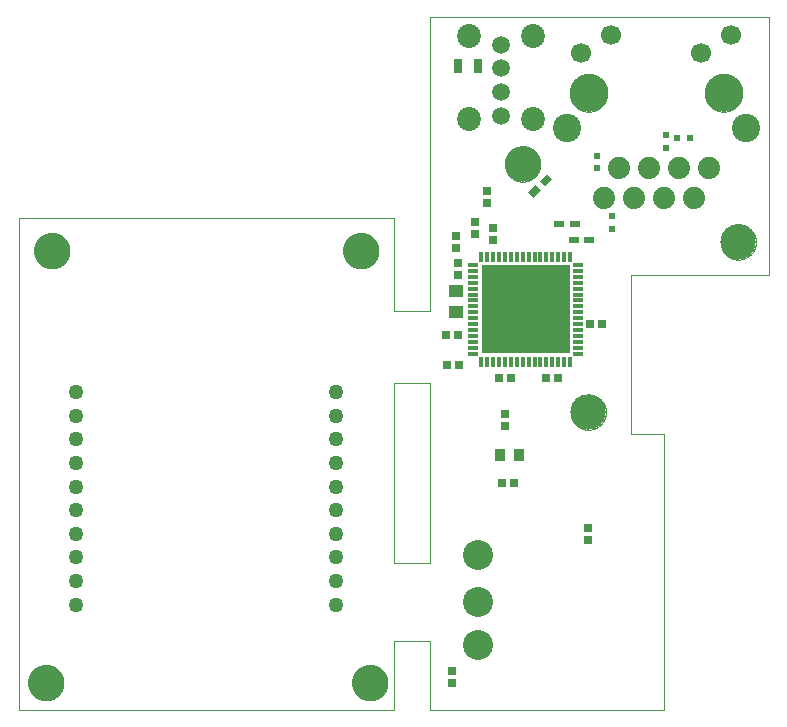
<source format=gbs>
G75*
%MOIN*%
%OFA0B0*%
%FSLAX25Y25*%
%IPPOS*%
%LPD*%
%AMOC8*
5,1,8,0,0,1.08239X$1,22.5*
%
%ADD10C,0.00000*%
%ADD11C,0.11811*%
%ADD12C,0.11800*%
%ADD13R,0.03400X0.02400*%
%ADD14R,0.03200X0.01200*%
%ADD15R,0.01200X0.03200*%
%ADD16R,0.29500X0.29500*%
%ADD17R,0.04724X0.03959*%
%ADD18C,0.07400*%
%ADD19C,0.09449*%
%ADD20C,0.06693*%
%ADD21C,0.12598*%
%ADD22C,0.05906*%
%ADD23C,0.07972*%
%ADD24C,0.10000*%
%ADD25R,0.02600X0.02600*%
%ADD26R,0.02400X0.02200*%
%ADD27R,0.02200X0.02400*%
%ADD28R,0.02800X0.04900*%
%ADD29R,0.02800X0.02800*%
%ADD30R,0.03200X0.04200*%
%ADD31C,0.05000*%
D10*
X0001000Y0012436D02*
X0001000Y0176436D01*
X0126000Y0176436D01*
X0126000Y0145436D01*
X0138000Y0145436D01*
X0138000Y0243436D01*
X0251000Y0243436D01*
X0251000Y0157436D01*
X0205000Y0157436D01*
X0205000Y0104436D01*
X0216000Y0104436D01*
X0216000Y0012436D01*
X0138000Y0012436D01*
X0138000Y0035436D01*
X0126000Y0035436D01*
X0126000Y0012436D01*
X0001000Y0012436D01*
X0004100Y0021436D02*
X0004102Y0021589D01*
X0004108Y0021742D01*
X0004118Y0021895D01*
X0004132Y0022048D01*
X0004150Y0022200D01*
X0004171Y0022351D01*
X0004197Y0022502D01*
X0004227Y0022653D01*
X0004260Y0022802D01*
X0004298Y0022951D01*
X0004339Y0023098D01*
X0004384Y0023245D01*
X0004433Y0023390D01*
X0004485Y0023534D01*
X0004542Y0023676D01*
X0004602Y0023817D01*
X0004665Y0023956D01*
X0004733Y0024094D01*
X0004803Y0024230D01*
X0004878Y0024364D01*
X0004955Y0024496D01*
X0005037Y0024626D01*
X0005121Y0024754D01*
X0005209Y0024879D01*
X0005300Y0025002D01*
X0005394Y0025123D01*
X0005491Y0025241D01*
X0005592Y0025357D01*
X0005695Y0025470D01*
X0005801Y0025581D01*
X0005910Y0025688D01*
X0006022Y0025793D01*
X0006136Y0025895D01*
X0006253Y0025994D01*
X0006373Y0026089D01*
X0006495Y0026182D01*
X0006619Y0026271D01*
X0006746Y0026358D01*
X0006875Y0026440D01*
X0007006Y0026520D01*
X0007139Y0026596D01*
X0007274Y0026668D01*
X0007411Y0026737D01*
X0007549Y0026803D01*
X0007689Y0026865D01*
X0007831Y0026923D01*
X0007974Y0026977D01*
X0008119Y0027028D01*
X0008264Y0027075D01*
X0008411Y0027118D01*
X0008559Y0027157D01*
X0008708Y0027193D01*
X0008858Y0027224D01*
X0009009Y0027252D01*
X0009160Y0027276D01*
X0009312Y0027296D01*
X0009465Y0027312D01*
X0009617Y0027324D01*
X0009770Y0027332D01*
X0009923Y0027336D01*
X0010077Y0027336D01*
X0010230Y0027332D01*
X0010383Y0027324D01*
X0010535Y0027312D01*
X0010688Y0027296D01*
X0010840Y0027276D01*
X0010991Y0027252D01*
X0011142Y0027224D01*
X0011292Y0027193D01*
X0011441Y0027157D01*
X0011589Y0027118D01*
X0011736Y0027075D01*
X0011881Y0027028D01*
X0012026Y0026977D01*
X0012169Y0026923D01*
X0012311Y0026865D01*
X0012451Y0026803D01*
X0012589Y0026737D01*
X0012726Y0026668D01*
X0012861Y0026596D01*
X0012994Y0026520D01*
X0013125Y0026440D01*
X0013254Y0026358D01*
X0013381Y0026271D01*
X0013505Y0026182D01*
X0013627Y0026089D01*
X0013747Y0025994D01*
X0013864Y0025895D01*
X0013978Y0025793D01*
X0014090Y0025688D01*
X0014199Y0025581D01*
X0014305Y0025470D01*
X0014408Y0025357D01*
X0014509Y0025241D01*
X0014606Y0025123D01*
X0014700Y0025002D01*
X0014791Y0024879D01*
X0014879Y0024754D01*
X0014963Y0024626D01*
X0015045Y0024496D01*
X0015122Y0024364D01*
X0015197Y0024230D01*
X0015267Y0024094D01*
X0015335Y0023956D01*
X0015398Y0023817D01*
X0015458Y0023676D01*
X0015515Y0023534D01*
X0015567Y0023390D01*
X0015616Y0023245D01*
X0015661Y0023098D01*
X0015702Y0022951D01*
X0015740Y0022802D01*
X0015773Y0022653D01*
X0015803Y0022502D01*
X0015829Y0022351D01*
X0015850Y0022200D01*
X0015868Y0022048D01*
X0015882Y0021895D01*
X0015892Y0021742D01*
X0015898Y0021589D01*
X0015900Y0021436D01*
X0015898Y0021283D01*
X0015892Y0021130D01*
X0015882Y0020977D01*
X0015868Y0020824D01*
X0015850Y0020672D01*
X0015829Y0020521D01*
X0015803Y0020370D01*
X0015773Y0020219D01*
X0015740Y0020070D01*
X0015702Y0019921D01*
X0015661Y0019774D01*
X0015616Y0019627D01*
X0015567Y0019482D01*
X0015515Y0019338D01*
X0015458Y0019196D01*
X0015398Y0019055D01*
X0015335Y0018916D01*
X0015267Y0018778D01*
X0015197Y0018642D01*
X0015122Y0018508D01*
X0015045Y0018376D01*
X0014963Y0018246D01*
X0014879Y0018118D01*
X0014791Y0017993D01*
X0014700Y0017870D01*
X0014606Y0017749D01*
X0014509Y0017631D01*
X0014408Y0017515D01*
X0014305Y0017402D01*
X0014199Y0017291D01*
X0014090Y0017184D01*
X0013978Y0017079D01*
X0013864Y0016977D01*
X0013747Y0016878D01*
X0013627Y0016783D01*
X0013505Y0016690D01*
X0013381Y0016601D01*
X0013254Y0016514D01*
X0013125Y0016432D01*
X0012994Y0016352D01*
X0012861Y0016276D01*
X0012726Y0016204D01*
X0012589Y0016135D01*
X0012451Y0016069D01*
X0012311Y0016007D01*
X0012169Y0015949D01*
X0012026Y0015895D01*
X0011881Y0015844D01*
X0011736Y0015797D01*
X0011589Y0015754D01*
X0011441Y0015715D01*
X0011292Y0015679D01*
X0011142Y0015648D01*
X0010991Y0015620D01*
X0010840Y0015596D01*
X0010688Y0015576D01*
X0010535Y0015560D01*
X0010383Y0015548D01*
X0010230Y0015540D01*
X0010077Y0015536D01*
X0009923Y0015536D01*
X0009770Y0015540D01*
X0009617Y0015548D01*
X0009465Y0015560D01*
X0009312Y0015576D01*
X0009160Y0015596D01*
X0009009Y0015620D01*
X0008858Y0015648D01*
X0008708Y0015679D01*
X0008559Y0015715D01*
X0008411Y0015754D01*
X0008264Y0015797D01*
X0008119Y0015844D01*
X0007974Y0015895D01*
X0007831Y0015949D01*
X0007689Y0016007D01*
X0007549Y0016069D01*
X0007411Y0016135D01*
X0007274Y0016204D01*
X0007139Y0016276D01*
X0007006Y0016352D01*
X0006875Y0016432D01*
X0006746Y0016514D01*
X0006619Y0016601D01*
X0006495Y0016690D01*
X0006373Y0016783D01*
X0006253Y0016878D01*
X0006136Y0016977D01*
X0006022Y0017079D01*
X0005910Y0017184D01*
X0005801Y0017291D01*
X0005695Y0017402D01*
X0005592Y0017515D01*
X0005491Y0017631D01*
X0005394Y0017749D01*
X0005300Y0017870D01*
X0005209Y0017993D01*
X0005121Y0018118D01*
X0005037Y0018246D01*
X0004955Y0018376D01*
X0004878Y0018508D01*
X0004803Y0018642D01*
X0004733Y0018778D01*
X0004665Y0018916D01*
X0004602Y0019055D01*
X0004542Y0019196D01*
X0004485Y0019338D01*
X0004433Y0019482D01*
X0004384Y0019627D01*
X0004339Y0019774D01*
X0004298Y0019921D01*
X0004260Y0020070D01*
X0004227Y0020219D01*
X0004197Y0020370D01*
X0004171Y0020521D01*
X0004150Y0020672D01*
X0004132Y0020824D01*
X0004118Y0020977D01*
X0004108Y0021130D01*
X0004102Y0021283D01*
X0004100Y0021436D01*
X0112100Y0021436D02*
X0112102Y0021589D01*
X0112108Y0021742D01*
X0112118Y0021895D01*
X0112132Y0022048D01*
X0112150Y0022200D01*
X0112171Y0022351D01*
X0112197Y0022502D01*
X0112227Y0022653D01*
X0112260Y0022802D01*
X0112298Y0022951D01*
X0112339Y0023098D01*
X0112384Y0023245D01*
X0112433Y0023390D01*
X0112485Y0023534D01*
X0112542Y0023676D01*
X0112602Y0023817D01*
X0112665Y0023956D01*
X0112733Y0024094D01*
X0112803Y0024230D01*
X0112878Y0024364D01*
X0112955Y0024496D01*
X0113037Y0024626D01*
X0113121Y0024754D01*
X0113209Y0024879D01*
X0113300Y0025002D01*
X0113394Y0025123D01*
X0113491Y0025241D01*
X0113592Y0025357D01*
X0113695Y0025470D01*
X0113801Y0025581D01*
X0113910Y0025688D01*
X0114022Y0025793D01*
X0114136Y0025895D01*
X0114253Y0025994D01*
X0114373Y0026089D01*
X0114495Y0026182D01*
X0114619Y0026271D01*
X0114746Y0026358D01*
X0114875Y0026440D01*
X0115006Y0026520D01*
X0115139Y0026596D01*
X0115274Y0026668D01*
X0115411Y0026737D01*
X0115549Y0026803D01*
X0115689Y0026865D01*
X0115831Y0026923D01*
X0115974Y0026977D01*
X0116119Y0027028D01*
X0116264Y0027075D01*
X0116411Y0027118D01*
X0116559Y0027157D01*
X0116708Y0027193D01*
X0116858Y0027224D01*
X0117009Y0027252D01*
X0117160Y0027276D01*
X0117312Y0027296D01*
X0117465Y0027312D01*
X0117617Y0027324D01*
X0117770Y0027332D01*
X0117923Y0027336D01*
X0118077Y0027336D01*
X0118230Y0027332D01*
X0118383Y0027324D01*
X0118535Y0027312D01*
X0118688Y0027296D01*
X0118840Y0027276D01*
X0118991Y0027252D01*
X0119142Y0027224D01*
X0119292Y0027193D01*
X0119441Y0027157D01*
X0119589Y0027118D01*
X0119736Y0027075D01*
X0119881Y0027028D01*
X0120026Y0026977D01*
X0120169Y0026923D01*
X0120311Y0026865D01*
X0120451Y0026803D01*
X0120589Y0026737D01*
X0120726Y0026668D01*
X0120861Y0026596D01*
X0120994Y0026520D01*
X0121125Y0026440D01*
X0121254Y0026358D01*
X0121381Y0026271D01*
X0121505Y0026182D01*
X0121627Y0026089D01*
X0121747Y0025994D01*
X0121864Y0025895D01*
X0121978Y0025793D01*
X0122090Y0025688D01*
X0122199Y0025581D01*
X0122305Y0025470D01*
X0122408Y0025357D01*
X0122509Y0025241D01*
X0122606Y0025123D01*
X0122700Y0025002D01*
X0122791Y0024879D01*
X0122879Y0024754D01*
X0122963Y0024626D01*
X0123045Y0024496D01*
X0123122Y0024364D01*
X0123197Y0024230D01*
X0123267Y0024094D01*
X0123335Y0023956D01*
X0123398Y0023817D01*
X0123458Y0023676D01*
X0123515Y0023534D01*
X0123567Y0023390D01*
X0123616Y0023245D01*
X0123661Y0023098D01*
X0123702Y0022951D01*
X0123740Y0022802D01*
X0123773Y0022653D01*
X0123803Y0022502D01*
X0123829Y0022351D01*
X0123850Y0022200D01*
X0123868Y0022048D01*
X0123882Y0021895D01*
X0123892Y0021742D01*
X0123898Y0021589D01*
X0123900Y0021436D01*
X0123898Y0021283D01*
X0123892Y0021130D01*
X0123882Y0020977D01*
X0123868Y0020824D01*
X0123850Y0020672D01*
X0123829Y0020521D01*
X0123803Y0020370D01*
X0123773Y0020219D01*
X0123740Y0020070D01*
X0123702Y0019921D01*
X0123661Y0019774D01*
X0123616Y0019627D01*
X0123567Y0019482D01*
X0123515Y0019338D01*
X0123458Y0019196D01*
X0123398Y0019055D01*
X0123335Y0018916D01*
X0123267Y0018778D01*
X0123197Y0018642D01*
X0123122Y0018508D01*
X0123045Y0018376D01*
X0122963Y0018246D01*
X0122879Y0018118D01*
X0122791Y0017993D01*
X0122700Y0017870D01*
X0122606Y0017749D01*
X0122509Y0017631D01*
X0122408Y0017515D01*
X0122305Y0017402D01*
X0122199Y0017291D01*
X0122090Y0017184D01*
X0121978Y0017079D01*
X0121864Y0016977D01*
X0121747Y0016878D01*
X0121627Y0016783D01*
X0121505Y0016690D01*
X0121381Y0016601D01*
X0121254Y0016514D01*
X0121125Y0016432D01*
X0120994Y0016352D01*
X0120861Y0016276D01*
X0120726Y0016204D01*
X0120589Y0016135D01*
X0120451Y0016069D01*
X0120311Y0016007D01*
X0120169Y0015949D01*
X0120026Y0015895D01*
X0119881Y0015844D01*
X0119736Y0015797D01*
X0119589Y0015754D01*
X0119441Y0015715D01*
X0119292Y0015679D01*
X0119142Y0015648D01*
X0118991Y0015620D01*
X0118840Y0015596D01*
X0118688Y0015576D01*
X0118535Y0015560D01*
X0118383Y0015548D01*
X0118230Y0015540D01*
X0118077Y0015536D01*
X0117923Y0015536D01*
X0117770Y0015540D01*
X0117617Y0015548D01*
X0117465Y0015560D01*
X0117312Y0015576D01*
X0117160Y0015596D01*
X0117009Y0015620D01*
X0116858Y0015648D01*
X0116708Y0015679D01*
X0116559Y0015715D01*
X0116411Y0015754D01*
X0116264Y0015797D01*
X0116119Y0015844D01*
X0115974Y0015895D01*
X0115831Y0015949D01*
X0115689Y0016007D01*
X0115549Y0016069D01*
X0115411Y0016135D01*
X0115274Y0016204D01*
X0115139Y0016276D01*
X0115006Y0016352D01*
X0114875Y0016432D01*
X0114746Y0016514D01*
X0114619Y0016601D01*
X0114495Y0016690D01*
X0114373Y0016783D01*
X0114253Y0016878D01*
X0114136Y0016977D01*
X0114022Y0017079D01*
X0113910Y0017184D01*
X0113801Y0017291D01*
X0113695Y0017402D01*
X0113592Y0017515D01*
X0113491Y0017631D01*
X0113394Y0017749D01*
X0113300Y0017870D01*
X0113209Y0017993D01*
X0113121Y0018118D01*
X0113037Y0018246D01*
X0112955Y0018376D01*
X0112878Y0018508D01*
X0112803Y0018642D01*
X0112733Y0018778D01*
X0112665Y0018916D01*
X0112602Y0019055D01*
X0112542Y0019196D01*
X0112485Y0019338D01*
X0112433Y0019482D01*
X0112384Y0019627D01*
X0112339Y0019774D01*
X0112298Y0019921D01*
X0112260Y0020070D01*
X0112227Y0020219D01*
X0112197Y0020370D01*
X0112171Y0020521D01*
X0112150Y0020672D01*
X0112132Y0020824D01*
X0112118Y0020977D01*
X0112108Y0021130D01*
X0112102Y0021283D01*
X0112100Y0021436D01*
X0126000Y0061436D02*
X0126000Y0121436D01*
X0138000Y0121436D01*
X0138000Y0061436D01*
X0126000Y0061436D01*
X0184921Y0111620D02*
X0184923Y0111773D01*
X0184929Y0111927D01*
X0184939Y0112080D01*
X0184953Y0112232D01*
X0184971Y0112385D01*
X0184993Y0112536D01*
X0185018Y0112687D01*
X0185048Y0112838D01*
X0185082Y0112988D01*
X0185119Y0113136D01*
X0185160Y0113284D01*
X0185205Y0113430D01*
X0185254Y0113576D01*
X0185307Y0113720D01*
X0185363Y0113862D01*
X0185423Y0114003D01*
X0185487Y0114143D01*
X0185554Y0114281D01*
X0185625Y0114417D01*
X0185700Y0114551D01*
X0185777Y0114683D01*
X0185859Y0114813D01*
X0185943Y0114941D01*
X0186031Y0115067D01*
X0186122Y0115190D01*
X0186216Y0115311D01*
X0186314Y0115429D01*
X0186414Y0115545D01*
X0186518Y0115658D01*
X0186624Y0115769D01*
X0186733Y0115877D01*
X0186845Y0115982D01*
X0186959Y0116083D01*
X0187077Y0116182D01*
X0187196Y0116278D01*
X0187318Y0116371D01*
X0187443Y0116460D01*
X0187570Y0116547D01*
X0187699Y0116629D01*
X0187830Y0116709D01*
X0187963Y0116785D01*
X0188098Y0116858D01*
X0188235Y0116927D01*
X0188374Y0116992D01*
X0188514Y0117054D01*
X0188656Y0117112D01*
X0188799Y0117167D01*
X0188944Y0117218D01*
X0189090Y0117265D01*
X0189237Y0117308D01*
X0189385Y0117347D01*
X0189534Y0117383D01*
X0189684Y0117414D01*
X0189835Y0117442D01*
X0189986Y0117466D01*
X0190139Y0117486D01*
X0190291Y0117502D01*
X0190444Y0117514D01*
X0190597Y0117522D01*
X0190750Y0117526D01*
X0190904Y0117526D01*
X0191057Y0117522D01*
X0191210Y0117514D01*
X0191363Y0117502D01*
X0191515Y0117486D01*
X0191668Y0117466D01*
X0191819Y0117442D01*
X0191970Y0117414D01*
X0192120Y0117383D01*
X0192269Y0117347D01*
X0192417Y0117308D01*
X0192564Y0117265D01*
X0192710Y0117218D01*
X0192855Y0117167D01*
X0192998Y0117112D01*
X0193140Y0117054D01*
X0193280Y0116992D01*
X0193419Y0116927D01*
X0193556Y0116858D01*
X0193691Y0116785D01*
X0193824Y0116709D01*
X0193955Y0116629D01*
X0194084Y0116547D01*
X0194211Y0116460D01*
X0194336Y0116371D01*
X0194458Y0116278D01*
X0194577Y0116182D01*
X0194695Y0116083D01*
X0194809Y0115982D01*
X0194921Y0115877D01*
X0195030Y0115769D01*
X0195136Y0115658D01*
X0195240Y0115545D01*
X0195340Y0115429D01*
X0195438Y0115311D01*
X0195532Y0115190D01*
X0195623Y0115067D01*
X0195711Y0114941D01*
X0195795Y0114813D01*
X0195877Y0114683D01*
X0195954Y0114551D01*
X0196029Y0114417D01*
X0196100Y0114281D01*
X0196167Y0114143D01*
X0196231Y0114003D01*
X0196291Y0113862D01*
X0196347Y0113720D01*
X0196400Y0113576D01*
X0196449Y0113430D01*
X0196494Y0113284D01*
X0196535Y0113136D01*
X0196572Y0112988D01*
X0196606Y0112838D01*
X0196636Y0112687D01*
X0196661Y0112536D01*
X0196683Y0112385D01*
X0196701Y0112232D01*
X0196715Y0112080D01*
X0196725Y0111927D01*
X0196731Y0111773D01*
X0196733Y0111620D01*
X0196731Y0111467D01*
X0196725Y0111313D01*
X0196715Y0111160D01*
X0196701Y0111008D01*
X0196683Y0110855D01*
X0196661Y0110704D01*
X0196636Y0110553D01*
X0196606Y0110402D01*
X0196572Y0110252D01*
X0196535Y0110104D01*
X0196494Y0109956D01*
X0196449Y0109810D01*
X0196400Y0109664D01*
X0196347Y0109520D01*
X0196291Y0109378D01*
X0196231Y0109237D01*
X0196167Y0109097D01*
X0196100Y0108959D01*
X0196029Y0108823D01*
X0195954Y0108689D01*
X0195877Y0108557D01*
X0195795Y0108427D01*
X0195711Y0108299D01*
X0195623Y0108173D01*
X0195532Y0108050D01*
X0195438Y0107929D01*
X0195340Y0107811D01*
X0195240Y0107695D01*
X0195136Y0107582D01*
X0195030Y0107471D01*
X0194921Y0107363D01*
X0194809Y0107258D01*
X0194695Y0107157D01*
X0194577Y0107058D01*
X0194458Y0106962D01*
X0194336Y0106869D01*
X0194211Y0106780D01*
X0194084Y0106693D01*
X0193955Y0106611D01*
X0193824Y0106531D01*
X0193691Y0106455D01*
X0193556Y0106382D01*
X0193419Y0106313D01*
X0193280Y0106248D01*
X0193140Y0106186D01*
X0192998Y0106128D01*
X0192855Y0106073D01*
X0192710Y0106022D01*
X0192564Y0105975D01*
X0192417Y0105932D01*
X0192269Y0105893D01*
X0192120Y0105857D01*
X0191970Y0105826D01*
X0191819Y0105798D01*
X0191668Y0105774D01*
X0191515Y0105754D01*
X0191363Y0105738D01*
X0191210Y0105726D01*
X0191057Y0105718D01*
X0190904Y0105714D01*
X0190750Y0105714D01*
X0190597Y0105718D01*
X0190444Y0105726D01*
X0190291Y0105738D01*
X0190139Y0105754D01*
X0189986Y0105774D01*
X0189835Y0105798D01*
X0189684Y0105826D01*
X0189534Y0105857D01*
X0189385Y0105893D01*
X0189237Y0105932D01*
X0189090Y0105975D01*
X0188944Y0106022D01*
X0188799Y0106073D01*
X0188656Y0106128D01*
X0188514Y0106186D01*
X0188374Y0106248D01*
X0188235Y0106313D01*
X0188098Y0106382D01*
X0187963Y0106455D01*
X0187830Y0106531D01*
X0187699Y0106611D01*
X0187570Y0106693D01*
X0187443Y0106780D01*
X0187318Y0106869D01*
X0187196Y0106962D01*
X0187077Y0107058D01*
X0186959Y0107157D01*
X0186845Y0107258D01*
X0186733Y0107363D01*
X0186624Y0107471D01*
X0186518Y0107582D01*
X0186414Y0107695D01*
X0186314Y0107811D01*
X0186216Y0107929D01*
X0186122Y0108050D01*
X0186031Y0108173D01*
X0185943Y0108299D01*
X0185859Y0108427D01*
X0185777Y0108557D01*
X0185700Y0108689D01*
X0185625Y0108823D01*
X0185554Y0108959D01*
X0185487Y0109097D01*
X0185423Y0109237D01*
X0185363Y0109378D01*
X0185307Y0109520D01*
X0185254Y0109664D01*
X0185205Y0109810D01*
X0185160Y0109956D01*
X0185119Y0110104D01*
X0185082Y0110252D01*
X0185048Y0110402D01*
X0185018Y0110553D01*
X0184993Y0110704D01*
X0184971Y0110855D01*
X0184953Y0111008D01*
X0184939Y0111160D01*
X0184929Y0111313D01*
X0184923Y0111467D01*
X0184921Y0111620D01*
X0234921Y0168339D02*
X0234923Y0168492D01*
X0234929Y0168646D01*
X0234939Y0168799D01*
X0234953Y0168951D01*
X0234971Y0169104D01*
X0234993Y0169255D01*
X0235018Y0169406D01*
X0235048Y0169557D01*
X0235082Y0169707D01*
X0235119Y0169855D01*
X0235160Y0170003D01*
X0235205Y0170149D01*
X0235254Y0170295D01*
X0235307Y0170439D01*
X0235363Y0170581D01*
X0235423Y0170722D01*
X0235487Y0170862D01*
X0235554Y0171000D01*
X0235625Y0171136D01*
X0235700Y0171270D01*
X0235777Y0171402D01*
X0235859Y0171532D01*
X0235943Y0171660D01*
X0236031Y0171786D01*
X0236122Y0171909D01*
X0236216Y0172030D01*
X0236314Y0172148D01*
X0236414Y0172264D01*
X0236518Y0172377D01*
X0236624Y0172488D01*
X0236733Y0172596D01*
X0236845Y0172701D01*
X0236959Y0172802D01*
X0237077Y0172901D01*
X0237196Y0172997D01*
X0237318Y0173090D01*
X0237443Y0173179D01*
X0237570Y0173266D01*
X0237699Y0173348D01*
X0237830Y0173428D01*
X0237963Y0173504D01*
X0238098Y0173577D01*
X0238235Y0173646D01*
X0238374Y0173711D01*
X0238514Y0173773D01*
X0238656Y0173831D01*
X0238799Y0173886D01*
X0238944Y0173937D01*
X0239090Y0173984D01*
X0239237Y0174027D01*
X0239385Y0174066D01*
X0239534Y0174102D01*
X0239684Y0174133D01*
X0239835Y0174161D01*
X0239986Y0174185D01*
X0240139Y0174205D01*
X0240291Y0174221D01*
X0240444Y0174233D01*
X0240597Y0174241D01*
X0240750Y0174245D01*
X0240904Y0174245D01*
X0241057Y0174241D01*
X0241210Y0174233D01*
X0241363Y0174221D01*
X0241515Y0174205D01*
X0241668Y0174185D01*
X0241819Y0174161D01*
X0241970Y0174133D01*
X0242120Y0174102D01*
X0242269Y0174066D01*
X0242417Y0174027D01*
X0242564Y0173984D01*
X0242710Y0173937D01*
X0242855Y0173886D01*
X0242998Y0173831D01*
X0243140Y0173773D01*
X0243280Y0173711D01*
X0243419Y0173646D01*
X0243556Y0173577D01*
X0243691Y0173504D01*
X0243824Y0173428D01*
X0243955Y0173348D01*
X0244084Y0173266D01*
X0244211Y0173179D01*
X0244336Y0173090D01*
X0244458Y0172997D01*
X0244577Y0172901D01*
X0244695Y0172802D01*
X0244809Y0172701D01*
X0244921Y0172596D01*
X0245030Y0172488D01*
X0245136Y0172377D01*
X0245240Y0172264D01*
X0245340Y0172148D01*
X0245438Y0172030D01*
X0245532Y0171909D01*
X0245623Y0171786D01*
X0245711Y0171660D01*
X0245795Y0171532D01*
X0245877Y0171402D01*
X0245954Y0171270D01*
X0246029Y0171136D01*
X0246100Y0171000D01*
X0246167Y0170862D01*
X0246231Y0170722D01*
X0246291Y0170581D01*
X0246347Y0170439D01*
X0246400Y0170295D01*
X0246449Y0170149D01*
X0246494Y0170003D01*
X0246535Y0169855D01*
X0246572Y0169707D01*
X0246606Y0169557D01*
X0246636Y0169406D01*
X0246661Y0169255D01*
X0246683Y0169104D01*
X0246701Y0168951D01*
X0246715Y0168799D01*
X0246725Y0168646D01*
X0246731Y0168492D01*
X0246733Y0168339D01*
X0246731Y0168186D01*
X0246725Y0168032D01*
X0246715Y0167879D01*
X0246701Y0167727D01*
X0246683Y0167574D01*
X0246661Y0167423D01*
X0246636Y0167272D01*
X0246606Y0167121D01*
X0246572Y0166971D01*
X0246535Y0166823D01*
X0246494Y0166675D01*
X0246449Y0166529D01*
X0246400Y0166383D01*
X0246347Y0166239D01*
X0246291Y0166097D01*
X0246231Y0165956D01*
X0246167Y0165816D01*
X0246100Y0165678D01*
X0246029Y0165542D01*
X0245954Y0165408D01*
X0245877Y0165276D01*
X0245795Y0165146D01*
X0245711Y0165018D01*
X0245623Y0164892D01*
X0245532Y0164769D01*
X0245438Y0164648D01*
X0245340Y0164530D01*
X0245240Y0164414D01*
X0245136Y0164301D01*
X0245030Y0164190D01*
X0244921Y0164082D01*
X0244809Y0163977D01*
X0244695Y0163876D01*
X0244577Y0163777D01*
X0244458Y0163681D01*
X0244336Y0163588D01*
X0244211Y0163499D01*
X0244084Y0163412D01*
X0243955Y0163330D01*
X0243824Y0163250D01*
X0243691Y0163174D01*
X0243556Y0163101D01*
X0243419Y0163032D01*
X0243280Y0162967D01*
X0243140Y0162905D01*
X0242998Y0162847D01*
X0242855Y0162792D01*
X0242710Y0162741D01*
X0242564Y0162694D01*
X0242417Y0162651D01*
X0242269Y0162612D01*
X0242120Y0162576D01*
X0241970Y0162545D01*
X0241819Y0162517D01*
X0241668Y0162493D01*
X0241515Y0162473D01*
X0241363Y0162457D01*
X0241210Y0162445D01*
X0241057Y0162437D01*
X0240904Y0162433D01*
X0240750Y0162433D01*
X0240597Y0162437D01*
X0240444Y0162445D01*
X0240291Y0162457D01*
X0240139Y0162473D01*
X0239986Y0162493D01*
X0239835Y0162517D01*
X0239684Y0162545D01*
X0239534Y0162576D01*
X0239385Y0162612D01*
X0239237Y0162651D01*
X0239090Y0162694D01*
X0238944Y0162741D01*
X0238799Y0162792D01*
X0238656Y0162847D01*
X0238514Y0162905D01*
X0238374Y0162967D01*
X0238235Y0163032D01*
X0238098Y0163101D01*
X0237963Y0163174D01*
X0237830Y0163250D01*
X0237699Y0163330D01*
X0237570Y0163412D01*
X0237443Y0163499D01*
X0237318Y0163588D01*
X0237196Y0163681D01*
X0237077Y0163777D01*
X0236959Y0163876D01*
X0236845Y0163977D01*
X0236733Y0164082D01*
X0236624Y0164190D01*
X0236518Y0164301D01*
X0236414Y0164414D01*
X0236314Y0164530D01*
X0236216Y0164648D01*
X0236122Y0164769D01*
X0236031Y0164892D01*
X0235943Y0165018D01*
X0235859Y0165146D01*
X0235777Y0165276D01*
X0235700Y0165408D01*
X0235625Y0165542D01*
X0235554Y0165678D01*
X0235487Y0165816D01*
X0235423Y0165956D01*
X0235363Y0166097D01*
X0235307Y0166239D01*
X0235254Y0166383D01*
X0235205Y0166529D01*
X0235160Y0166675D01*
X0235119Y0166823D01*
X0235082Y0166971D01*
X0235048Y0167121D01*
X0235018Y0167272D01*
X0234993Y0167423D01*
X0234971Y0167574D01*
X0234953Y0167727D01*
X0234939Y0167879D01*
X0234929Y0168032D01*
X0234923Y0168186D01*
X0234921Y0168339D01*
X0229639Y0218046D02*
X0229641Y0218204D01*
X0229647Y0218362D01*
X0229657Y0218520D01*
X0229671Y0218678D01*
X0229689Y0218835D01*
X0229710Y0218992D01*
X0229736Y0219148D01*
X0229766Y0219304D01*
X0229799Y0219459D01*
X0229837Y0219612D01*
X0229878Y0219765D01*
X0229923Y0219917D01*
X0229972Y0220068D01*
X0230025Y0220217D01*
X0230081Y0220365D01*
X0230141Y0220511D01*
X0230205Y0220656D01*
X0230273Y0220799D01*
X0230344Y0220941D01*
X0230418Y0221081D01*
X0230496Y0221218D01*
X0230578Y0221354D01*
X0230662Y0221488D01*
X0230751Y0221619D01*
X0230842Y0221748D01*
X0230937Y0221875D01*
X0231034Y0222000D01*
X0231135Y0222122D01*
X0231239Y0222241D01*
X0231346Y0222358D01*
X0231456Y0222472D01*
X0231569Y0222583D01*
X0231684Y0222692D01*
X0231802Y0222797D01*
X0231923Y0222899D01*
X0232046Y0222999D01*
X0232172Y0223095D01*
X0232300Y0223188D01*
X0232430Y0223278D01*
X0232563Y0223364D01*
X0232698Y0223448D01*
X0232834Y0223527D01*
X0232973Y0223604D01*
X0233114Y0223676D01*
X0233256Y0223746D01*
X0233400Y0223811D01*
X0233546Y0223873D01*
X0233693Y0223931D01*
X0233842Y0223986D01*
X0233992Y0224037D01*
X0234143Y0224084D01*
X0234295Y0224127D01*
X0234448Y0224166D01*
X0234603Y0224202D01*
X0234758Y0224233D01*
X0234914Y0224261D01*
X0235070Y0224285D01*
X0235227Y0224305D01*
X0235385Y0224321D01*
X0235542Y0224333D01*
X0235701Y0224341D01*
X0235859Y0224345D01*
X0236017Y0224345D01*
X0236175Y0224341D01*
X0236334Y0224333D01*
X0236491Y0224321D01*
X0236649Y0224305D01*
X0236806Y0224285D01*
X0236962Y0224261D01*
X0237118Y0224233D01*
X0237273Y0224202D01*
X0237428Y0224166D01*
X0237581Y0224127D01*
X0237733Y0224084D01*
X0237884Y0224037D01*
X0238034Y0223986D01*
X0238183Y0223931D01*
X0238330Y0223873D01*
X0238476Y0223811D01*
X0238620Y0223746D01*
X0238762Y0223676D01*
X0238903Y0223604D01*
X0239042Y0223527D01*
X0239178Y0223448D01*
X0239313Y0223364D01*
X0239446Y0223278D01*
X0239576Y0223188D01*
X0239704Y0223095D01*
X0239830Y0222999D01*
X0239953Y0222899D01*
X0240074Y0222797D01*
X0240192Y0222692D01*
X0240307Y0222583D01*
X0240420Y0222472D01*
X0240530Y0222358D01*
X0240637Y0222241D01*
X0240741Y0222122D01*
X0240842Y0222000D01*
X0240939Y0221875D01*
X0241034Y0221748D01*
X0241125Y0221619D01*
X0241214Y0221488D01*
X0241298Y0221354D01*
X0241380Y0221218D01*
X0241458Y0221081D01*
X0241532Y0220941D01*
X0241603Y0220799D01*
X0241671Y0220656D01*
X0241735Y0220511D01*
X0241795Y0220365D01*
X0241851Y0220217D01*
X0241904Y0220068D01*
X0241953Y0219917D01*
X0241998Y0219765D01*
X0242039Y0219612D01*
X0242077Y0219459D01*
X0242110Y0219304D01*
X0242140Y0219148D01*
X0242166Y0218992D01*
X0242187Y0218835D01*
X0242205Y0218678D01*
X0242219Y0218520D01*
X0242229Y0218362D01*
X0242235Y0218204D01*
X0242237Y0218046D01*
X0242235Y0217888D01*
X0242229Y0217730D01*
X0242219Y0217572D01*
X0242205Y0217414D01*
X0242187Y0217257D01*
X0242166Y0217100D01*
X0242140Y0216944D01*
X0242110Y0216788D01*
X0242077Y0216633D01*
X0242039Y0216480D01*
X0241998Y0216327D01*
X0241953Y0216175D01*
X0241904Y0216024D01*
X0241851Y0215875D01*
X0241795Y0215727D01*
X0241735Y0215581D01*
X0241671Y0215436D01*
X0241603Y0215293D01*
X0241532Y0215151D01*
X0241458Y0215011D01*
X0241380Y0214874D01*
X0241298Y0214738D01*
X0241214Y0214604D01*
X0241125Y0214473D01*
X0241034Y0214344D01*
X0240939Y0214217D01*
X0240842Y0214092D01*
X0240741Y0213970D01*
X0240637Y0213851D01*
X0240530Y0213734D01*
X0240420Y0213620D01*
X0240307Y0213509D01*
X0240192Y0213400D01*
X0240074Y0213295D01*
X0239953Y0213193D01*
X0239830Y0213093D01*
X0239704Y0212997D01*
X0239576Y0212904D01*
X0239446Y0212814D01*
X0239313Y0212728D01*
X0239178Y0212644D01*
X0239042Y0212565D01*
X0238903Y0212488D01*
X0238762Y0212416D01*
X0238620Y0212346D01*
X0238476Y0212281D01*
X0238330Y0212219D01*
X0238183Y0212161D01*
X0238034Y0212106D01*
X0237884Y0212055D01*
X0237733Y0212008D01*
X0237581Y0211965D01*
X0237428Y0211926D01*
X0237273Y0211890D01*
X0237118Y0211859D01*
X0236962Y0211831D01*
X0236806Y0211807D01*
X0236649Y0211787D01*
X0236491Y0211771D01*
X0236334Y0211759D01*
X0236175Y0211751D01*
X0236017Y0211747D01*
X0235859Y0211747D01*
X0235701Y0211751D01*
X0235542Y0211759D01*
X0235385Y0211771D01*
X0235227Y0211787D01*
X0235070Y0211807D01*
X0234914Y0211831D01*
X0234758Y0211859D01*
X0234603Y0211890D01*
X0234448Y0211926D01*
X0234295Y0211965D01*
X0234143Y0212008D01*
X0233992Y0212055D01*
X0233842Y0212106D01*
X0233693Y0212161D01*
X0233546Y0212219D01*
X0233400Y0212281D01*
X0233256Y0212346D01*
X0233114Y0212416D01*
X0232973Y0212488D01*
X0232834Y0212565D01*
X0232698Y0212644D01*
X0232563Y0212728D01*
X0232430Y0212814D01*
X0232300Y0212904D01*
X0232172Y0212997D01*
X0232046Y0213093D01*
X0231923Y0213193D01*
X0231802Y0213295D01*
X0231684Y0213400D01*
X0231569Y0213509D01*
X0231456Y0213620D01*
X0231346Y0213734D01*
X0231239Y0213851D01*
X0231135Y0213970D01*
X0231034Y0214092D01*
X0230937Y0214217D01*
X0230842Y0214344D01*
X0230751Y0214473D01*
X0230662Y0214604D01*
X0230578Y0214738D01*
X0230496Y0214874D01*
X0230418Y0215011D01*
X0230344Y0215151D01*
X0230273Y0215293D01*
X0230205Y0215436D01*
X0230141Y0215581D01*
X0230081Y0215727D01*
X0230025Y0215875D01*
X0229972Y0216024D01*
X0229923Y0216175D01*
X0229878Y0216327D01*
X0229837Y0216480D01*
X0229799Y0216633D01*
X0229766Y0216788D01*
X0229736Y0216944D01*
X0229710Y0217100D01*
X0229689Y0217257D01*
X0229671Y0217414D01*
X0229657Y0217572D01*
X0229647Y0217730D01*
X0229641Y0217888D01*
X0229639Y0218046D01*
X0184639Y0218046D02*
X0184641Y0218204D01*
X0184647Y0218362D01*
X0184657Y0218520D01*
X0184671Y0218678D01*
X0184689Y0218835D01*
X0184710Y0218992D01*
X0184736Y0219148D01*
X0184766Y0219304D01*
X0184799Y0219459D01*
X0184837Y0219612D01*
X0184878Y0219765D01*
X0184923Y0219917D01*
X0184972Y0220068D01*
X0185025Y0220217D01*
X0185081Y0220365D01*
X0185141Y0220511D01*
X0185205Y0220656D01*
X0185273Y0220799D01*
X0185344Y0220941D01*
X0185418Y0221081D01*
X0185496Y0221218D01*
X0185578Y0221354D01*
X0185662Y0221488D01*
X0185751Y0221619D01*
X0185842Y0221748D01*
X0185937Y0221875D01*
X0186034Y0222000D01*
X0186135Y0222122D01*
X0186239Y0222241D01*
X0186346Y0222358D01*
X0186456Y0222472D01*
X0186569Y0222583D01*
X0186684Y0222692D01*
X0186802Y0222797D01*
X0186923Y0222899D01*
X0187046Y0222999D01*
X0187172Y0223095D01*
X0187300Y0223188D01*
X0187430Y0223278D01*
X0187563Y0223364D01*
X0187698Y0223448D01*
X0187834Y0223527D01*
X0187973Y0223604D01*
X0188114Y0223676D01*
X0188256Y0223746D01*
X0188400Y0223811D01*
X0188546Y0223873D01*
X0188693Y0223931D01*
X0188842Y0223986D01*
X0188992Y0224037D01*
X0189143Y0224084D01*
X0189295Y0224127D01*
X0189448Y0224166D01*
X0189603Y0224202D01*
X0189758Y0224233D01*
X0189914Y0224261D01*
X0190070Y0224285D01*
X0190227Y0224305D01*
X0190385Y0224321D01*
X0190542Y0224333D01*
X0190701Y0224341D01*
X0190859Y0224345D01*
X0191017Y0224345D01*
X0191175Y0224341D01*
X0191334Y0224333D01*
X0191491Y0224321D01*
X0191649Y0224305D01*
X0191806Y0224285D01*
X0191962Y0224261D01*
X0192118Y0224233D01*
X0192273Y0224202D01*
X0192428Y0224166D01*
X0192581Y0224127D01*
X0192733Y0224084D01*
X0192884Y0224037D01*
X0193034Y0223986D01*
X0193183Y0223931D01*
X0193330Y0223873D01*
X0193476Y0223811D01*
X0193620Y0223746D01*
X0193762Y0223676D01*
X0193903Y0223604D01*
X0194042Y0223527D01*
X0194178Y0223448D01*
X0194313Y0223364D01*
X0194446Y0223278D01*
X0194576Y0223188D01*
X0194704Y0223095D01*
X0194830Y0222999D01*
X0194953Y0222899D01*
X0195074Y0222797D01*
X0195192Y0222692D01*
X0195307Y0222583D01*
X0195420Y0222472D01*
X0195530Y0222358D01*
X0195637Y0222241D01*
X0195741Y0222122D01*
X0195842Y0222000D01*
X0195939Y0221875D01*
X0196034Y0221748D01*
X0196125Y0221619D01*
X0196214Y0221488D01*
X0196298Y0221354D01*
X0196380Y0221218D01*
X0196458Y0221081D01*
X0196532Y0220941D01*
X0196603Y0220799D01*
X0196671Y0220656D01*
X0196735Y0220511D01*
X0196795Y0220365D01*
X0196851Y0220217D01*
X0196904Y0220068D01*
X0196953Y0219917D01*
X0196998Y0219765D01*
X0197039Y0219612D01*
X0197077Y0219459D01*
X0197110Y0219304D01*
X0197140Y0219148D01*
X0197166Y0218992D01*
X0197187Y0218835D01*
X0197205Y0218678D01*
X0197219Y0218520D01*
X0197229Y0218362D01*
X0197235Y0218204D01*
X0197237Y0218046D01*
X0197235Y0217888D01*
X0197229Y0217730D01*
X0197219Y0217572D01*
X0197205Y0217414D01*
X0197187Y0217257D01*
X0197166Y0217100D01*
X0197140Y0216944D01*
X0197110Y0216788D01*
X0197077Y0216633D01*
X0197039Y0216480D01*
X0196998Y0216327D01*
X0196953Y0216175D01*
X0196904Y0216024D01*
X0196851Y0215875D01*
X0196795Y0215727D01*
X0196735Y0215581D01*
X0196671Y0215436D01*
X0196603Y0215293D01*
X0196532Y0215151D01*
X0196458Y0215011D01*
X0196380Y0214874D01*
X0196298Y0214738D01*
X0196214Y0214604D01*
X0196125Y0214473D01*
X0196034Y0214344D01*
X0195939Y0214217D01*
X0195842Y0214092D01*
X0195741Y0213970D01*
X0195637Y0213851D01*
X0195530Y0213734D01*
X0195420Y0213620D01*
X0195307Y0213509D01*
X0195192Y0213400D01*
X0195074Y0213295D01*
X0194953Y0213193D01*
X0194830Y0213093D01*
X0194704Y0212997D01*
X0194576Y0212904D01*
X0194446Y0212814D01*
X0194313Y0212728D01*
X0194178Y0212644D01*
X0194042Y0212565D01*
X0193903Y0212488D01*
X0193762Y0212416D01*
X0193620Y0212346D01*
X0193476Y0212281D01*
X0193330Y0212219D01*
X0193183Y0212161D01*
X0193034Y0212106D01*
X0192884Y0212055D01*
X0192733Y0212008D01*
X0192581Y0211965D01*
X0192428Y0211926D01*
X0192273Y0211890D01*
X0192118Y0211859D01*
X0191962Y0211831D01*
X0191806Y0211807D01*
X0191649Y0211787D01*
X0191491Y0211771D01*
X0191334Y0211759D01*
X0191175Y0211751D01*
X0191017Y0211747D01*
X0190859Y0211747D01*
X0190701Y0211751D01*
X0190542Y0211759D01*
X0190385Y0211771D01*
X0190227Y0211787D01*
X0190070Y0211807D01*
X0189914Y0211831D01*
X0189758Y0211859D01*
X0189603Y0211890D01*
X0189448Y0211926D01*
X0189295Y0211965D01*
X0189143Y0212008D01*
X0188992Y0212055D01*
X0188842Y0212106D01*
X0188693Y0212161D01*
X0188546Y0212219D01*
X0188400Y0212281D01*
X0188256Y0212346D01*
X0188114Y0212416D01*
X0187973Y0212488D01*
X0187834Y0212565D01*
X0187698Y0212644D01*
X0187563Y0212728D01*
X0187430Y0212814D01*
X0187300Y0212904D01*
X0187172Y0212997D01*
X0187046Y0213093D01*
X0186923Y0213193D01*
X0186802Y0213295D01*
X0186684Y0213400D01*
X0186569Y0213509D01*
X0186456Y0213620D01*
X0186346Y0213734D01*
X0186239Y0213851D01*
X0186135Y0213970D01*
X0186034Y0214092D01*
X0185937Y0214217D01*
X0185842Y0214344D01*
X0185751Y0214473D01*
X0185662Y0214604D01*
X0185578Y0214738D01*
X0185496Y0214874D01*
X0185418Y0215011D01*
X0185344Y0215151D01*
X0185273Y0215293D01*
X0185205Y0215436D01*
X0185141Y0215581D01*
X0185081Y0215727D01*
X0185025Y0215875D01*
X0184972Y0216024D01*
X0184923Y0216175D01*
X0184878Y0216327D01*
X0184837Y0216480D01*
X0184799Y0216633D01*
X0184766Y0216788D01*
X0184736Y0216944D01*
X0184710Y0217100D01*
X0184689Y0217257D01*
X0184671Y0217414D01*
X0184657Y0217572D01*
X0184647Y0217730D01*
X0184641Y0217888D01*
X0184639Y0218046D01*
X0163023Y0194348D02*
X0163025Y0194501D01*
X0163031Y0194655D01*
X0163041Y0194808D01*
X0163055Y0194960D01*
X0163073Y0195113D01*
X0163095Y0195264D01*
X0163120Y0195415D01*
X0163150Y0195566D01*
X0163184Y0195716D01*
X0163221Y0195864D01*
X0163262Y0196012D01*
X0163307Y0196158D01*
X0163356Y0196304D01*
X0163409Y0196448D01*
X0163465Y0196590D01*
X0163525Y0196731D01*
X0163589Y0196871D01*
X0163656Y0197009D01*
X0163727Y0197145D01*
X0163802Y0197279D01*
X0163879Y0197411D01*
X0163961Y0197541D01*
X0164045Y0197669D01*
X0164133Y0197795D01*
X0164224Y0197918D01*
X0164318Y0198039D01*
X0164416Y0198157D01*
X0164516Y0198273D01*
X0164620Y0198386D01*
X0164726Y0198497D01*
X0164835Y0198605D01*
X0164947Y0198710D01*
X0165061Y0198811D01*
X0165179Y0198910D01*
X0165298Y0199006D01*
X0165420Y0199099D01*
X0165545Y0199188D01*
X0165672Y0199275D01*
X0165801Y0199357D01*
X0165932Y0199437D01*
X0166065Y0199513D01*
X0166200Y0199586D01*
X0166337Y0199655D01*
X0166476Y0199720D01*
X0166616Y0199782D01*
X0166758Y0199840D01*
X0166901Y0199895D01*
X0167046Y0199946D01*
X0167192Y0199993D01*
X0167339Y0200036D01*
X0167487Y0200075D01*
X0167636Y0200111D01*
X0167786Y0200142D01*
X0167937Y0200170D01*
X0168088Y0200194D01*
X0168241Y0200214D01*
X0168393Y0200230D01*
X0168546Y0200242D01*
X0168699Y0200250D01*
X0168852Y0200254D01*
X0169006Y0200254D01*
X0169159Y0200250D01*
X0169312Y0200242D01*
X0169465Y0200230D01*
X0169617Y0200214D01*
X0169770Y0200194D01*
X0169921Y0200170D01*
X0170072Y0200142D01*
X0170222Y0200111D01*
X0170371Y0200075D01*
X0170519Y0200036D01*
X0170666Y0199993D01*
X0170812Y0199946D01*
X0170957Y0199895D01*
X0171100Y0199840D01*
X0171242Y0199782D01*
X0171382Y0199720D01*
X0171521Y0199655D01*
X0171658Y0199586D01*
X0171793Y0199513D01*
X0171926Y0199437D01*
X0172057Y0199357D01*
X0172186Y0199275D01*
X0172313Y0199188D01*
X0172438Y0199099D01*
X0172560Y0199006D01*
X0172679Y0198910D01*
X0172797Y0198811D01*
X0172911Y0198710D01*
X0173023Y0198605D01*
X0173132Y0198497D01*
X0173238Y0198386D01*
X0173342Y0198273D01*
X0173442Y0198157D01*
X0173540Y0198039D01*
X0173634Y0197918D01*
X0173725Y0197795D01*
X0173813Y0197669D01*
X0173897Y0197541D01*
X0173979Y0197411D01*
X0174056Y0197279D01*
X0174131Y0197145D01*
X0174202Y0197009D01*
X0174269Y0196871D01*
X0174333Y0196731D01*
X0174393Y0196590D01*
X0174449Y0196448D01*
X0174502Y0196304D01*
X0174551Y0196158D01*
X0174596Y0196012D01*
X0174637Y0195864D01*
X0174674Y0195716D01*
X0174708Y0195566D01*
X0174738Y0195415D01*
X0174763Y0195264D01*
X0174785Y0195113D01*
X0174803Y0194960D01*
X0174817Y0194808D01*
X0174827Y0194655D01*
X0174833Y0194501D01*
X0174835Y0194348D01*
X0174833Y0194195D01*
X0174827Y0194041D01*
X0174817Y0193888D01*
X0174803Y0193736D01*
X0174785Y0193583D01*
X0174763Y0193432D01*
X0174738Y0193281D01*
X0174708Y0193130D01*
X0174674Y0192980D01*
X0174637Y0192832D01*
X0174596Y0192684D01*
X0174551Y0192538D01*
X0174502Y0192392D01*
X0174449Y0192248D01*
X0174393Y0192106D01*
X0174333Y0191965D01*
X0174269Y0191825D01*
X0174202Y0191687D01*
X0174131Y0191551D01*
X0174056Y0191417D01*
X0173979Y0191285D01*
X0173897Y0191155D01*
X0173813Y0191027D01*
X0173725Y0190901D01*
X0173634Y0190778D01*
X0173540Y0190657D01*
X0173442Y0190539D01*
X0173342Y0190423D01*
X0173238Y0190310D01*
X0173132Y0190199D01*
X0173023Y0190091D01*
X0172911Y0189986D01*
X0172797Y0189885D01*
X0172679Y0189786D01*
X0172560Y0189690D01*
X0172438Y0189597D01*
X0172313Y0189508D01*
X0172186Y0189421D01*
X0172057Y0189339D01*
X0171926Y0189259D01*
X0171793Y0189183D01*
X0171658Y0189110D01*
X0171521Y0189041D01*
X0171382Y0188976D01*
X0171242Y0188914D01*
X0171100Y0188856D01*
X0170957Y0188801D01*
X0170812Y0188750D01*
X0170666Y0188703D01*
X0170519Y0188660D01*
X0170371Y0188621D01*
X0170222Y0188585D01*
X0170072Y0188554D01*
X0169921Y0188526D01*
X0169770Y0188502D01*
X0169617Y0188482D01*
X0169465Y0188466D01*
X0169312Y0188454D01*
X0169159Y0188446D01*
X0169006Y0188442D01*
X0168852Y0188442D01*
X0168699Y0188446D01*
X0168546Y0188454D01*
X0168393Y0188466D01*
X0168241Y0188482D01*
X0168088Y0188502D01*
X0167937Y0188526D01*
X0167786Y0188554D01*
X0167636Y0188585D01*
X0167487Y0188621D01*
X0167339Y0188660D01*
X0167192Y0188703D01*
X0167046Y0188750D01*
X0166901Y0188801D01*
X0166758Y0188856D01*
X0166616Y0188914D01*
X0166476Y0188976D01*
X0166337Y0189041D01*
X0166200Y0189110D01*
X0166065Y0189183D01*
X0165932Y0189259D01*
X0165801Y0189339D01*
X0165672Y0189421D01*
X0165545Y0189508D01*
X0165420Y0189597D01*
X0165298Y0189690D01*
X0165179Y0189786D01*
X0165061Y0189885D01*
X0164947Y0189986D01*
X0164835Y0190091D01*
X0164726Y0190199D01*
X0164620Y0190310D01*
X0164516Y0190423D01*
X0164416Y0190539D01*
X0164318Y0190657D01*
X0164224Y0190778D01*
X0164133Y0190901D01*
X0164045Y0191027D01*
X0163961Y0191155D01*
X0163879Y0191285D01*
X0163802Y0191417D01*
X0163727Y0191551D01*
X0163656Y0191687D01*
X0163589Y0191825D01*
X0163525Y0191965D01*
X0163465Y0192106D01*
X0163409Y0192248D01*
X0163356Y0192392D01*
X0163307Y0192538D01*
X0163262Y0192684D01*
X0163221Y0192832D01*
X0163184Y0192980D01*
X0163150Y0193130D01*
X0163120Y0193281D01*
X0163095Y0193432D01*
X0163073Y0193583D01*
X0163055Y0193736D01*
X0163041Y0193888D01*
X0163031Y0194041D01*
X0163025Y0194195D01*
X0163023Y0194348D01*
X0109100Y0165436D02*
X0109102Y0165589D01*
X0109108Y0165742D01*
X0109118Y0165895D01*
X0109132Y0166048D01*
X0109150Y0166200D01*
X0109171Y0166351D01*
X0109197Y0166502D01*
X0109227Y0166653D01*
X0109260Y0166802D01*
X0109298Y0166951D01*
X0109339Y0167098D01*
X0109384Y0167245D01*
X0109433Y0167390D01*
X0109485Y0167534D01*
X0109542Y0167676D01*
X0109602Y0167817D01*
X0109665Y0167956D01*
X0109733Y0168094D01*
X0109803Y0168230D01*
X0109878Y0168364D01*
X0109955Y0168496D01*
X0110037Y0168626D01*
X0110121Y0168754D01*
X0110209Y0168879D01*
X0110300Y0169002D01*
X0110394Y0169123D01*
X0110491Y0169241D01*
X0110592Y0169357D01*
X0110695Y0169470D01*
X0110801Y0169581D01*
X0110910Y0169688D01*
X0111022Y0169793D01*
X0111136Y0169895D01*
X0111253Y0169994D01*
X0111373Y0170089D01*
X0111495Y0170182D01*
X0111619Y0170271D01*
X0111746Y0170358D01*
X0111875Y0170440D01*
X0112006Y0170520D01*
X0112139Y0170596D01*
X0112274Y0170668D01*
X0112411Y0170737D01*
X0112549Y0170803D01*
X0112689Y0170865D01*
X0112831Y0170923D01*
X0112974Y0170977D01*
X0113119Y0171028D01*
X0113264Y0171075D01*
X0113411Y0171118D01*
X0113559Y0171157D01*
X0113708Y0171193D01*
X0113858Y0171224D01*
X0114009Y0171252D01*
X0114160Y0171276D01*
X0114312Y0171296D01*
X0114465Y0171312D01*
X0114617Y0171324D01*
X0114770Y0171332D01*
X0114923Y0171336D01*
X0115077Y0171336D01*
X0115230Y0171332D01*
X0115383Y0171324D01*
X0115535Y0171312D01*
X0115688Y0171296D01*
X0115840Y0171276D01*
X0115991Y0171252D01*
X0116142Y0171224D01*
X0116292Y0171193D01*
X0116441Y0171157D01*
X0116589Y0171118D01*
X0116736Y0171075D01*
X0116881Y0171028D01*
X0117026Y0170977D01*
X0117169Y0170923D01*
X0117311Y0170865D01*
X0117451Y0170803D01*
X0117589Y0170737D01*
X0117726Y0170668D01*
X0117861Y0170596D01*
X0117994Y0170520D01*
X0118125Y0170440D01*
X0118254Y0170358D01*
X0118381Y0170271D01*
X0118505Y0170182D01*
X0118627Y0170089D01*
X0118747Y0169994D01*
X0118864Y0169895D01*
X0118978Y0169793D01*
X0119090Y0169688D01*
X0119199Y0169581D01*
X0119305Y0169470D01*
X0119408Y0169357D01*
X0119509Y0169241D01*
X0119606Y0169123D01*
X0119700Y0169002D01*
X0119791Y0168879D01*
X0119879Y0168754D01*
X0119963Y0168626D01*
X0120045Y0168496D01*
X0120122Y0168364D01*
X0120197Y0168230D01*
X0120267Y0168094D01*
X0120335Y0167956D01*
X0120398Y0167817D01*
X0120458Y0167676D01*
X0120515Y0167534D01*
X0120567Y0167390D01*
X0120616Y0167245D01*
X0120661Y0167098D01*
X0120702Y0166951D01*
X0120740Y0166802D01*
X0120773Y0166653D01*
X0120803Y0166502D01*
X0120829Y0166351D01*
X0120850Y0166200D01*
X0120868Y0166048D01*
X0120882Y0165895D01*
X0120892Y0165742D01*
X0120898Y0165589D01*
X0120900Y0165436D01*
X0120898Y0165283D01*
X0120892Y0165130D01*
X0120882Y0164977D01*
X0120868Y0164824D01*
X0120850Y0164672D01*
X0120829Y0164521D01*
X0120803Y0164370D01*
X0120773Y0164219D01*
X0120740Y0164070D01*
X0120702Y0163921D01*
X0120661Y0163774D01*
X0120616Y0163627D01*
X0120567Y0163482D01*
X0120515Y0163338D01*
X0120458Y0163196D01*
X0120398Y0163055D01*
X0120335Y0162916D01*
X0120267Y0162778D01*
X0120197Y0162642D01*
X0120122Y0162508D01*
X0120045Y0162376D01*
X0119963Y0162246D01*
X0119879Y0162118D01*
X0119791Y0161993D01*
X0119700Y0161870D01*
X0119606Y0161749D01*
X0119509Y0161631D01*
X0119408Y0161515D01*
X0119305Y0161402D01*
X0119199Y0161291D01*
X0119090Y0161184D01*
X0118978Y0161079D01*
X0118864Y0160977D01*
X0118747Y0160878D01*
X0118627Y0160783D01*
X0118505Y0160690D01*
X0118381Y0160601D01*
X0118254Y0160514D01*
X0118125Y0160432D01*
X0117994Y0160352D01*
X0117861Y0160276D01*
X0117726Y0160204D01*
X0117589Y0160135D01*
X0117451Y0160069D01*
X0117311Y0160007D01*
X0117169Y0159949D01*
X0117026Y0159895D01*
X0116881Y0159844D01*
X0116736Y0159797D01*
X0116589Y0159754D01*
X0116441Y0159715D01*
X0116292Y0159679D01*
X0116142Y0159648D01*
X0115991Y0159620D01*
X0115840Y0159596D01*
X0115688Y0159576D01*
X0115535Y0159560D01*
X0115383Y0159548D01*
X0115230Y0159540D01*
X0115077Y0159536D01*
X0114923Y0159536D01*
X0114770Y0159540D01*
X0114617Y0159548D01*
X0114465Y0159560D01*
X0114312Y0159576D01*
X0114160Y0159596D01*
X0114009Y0159620D01*
X0113858Y0159648D01*
X0113708Y0159679D01*
X0113559Y0159715D01*
X0113411Y0159754D01*
X0113264Y0159797D01*
X0113119Y0159844D01*
X0112974Y0159895D01*
X0112831Y0159949D01*
X0112689Y0160007D01*
X0112549Y0160069D01*
X0112411Y0160135D01*
X0112274Y0160204D01*
X0112139Y0160276D01*
X0112006Y0160352D01*
X0111875Y0160432D01*
X0111746Y0160514D01*
X0111619Y0160601D01*
X0111495Y0160690D01*
X0111373Y0160783D01*
X0111253Y0160878D01*
X0111136Y0160977D01*
X0111022Y0161079D01*
X0110910Y0161184D01*
X0110801Y0161291D01*
X0110695Y0161402D01*
X0110592Y0161515D01*
X0110491Y0161631D01*
X0110394Y0161749D01*
X0110300Y0161870D01*
X0110209Y0161993D01*
X0110121Y0162118D01*
X0110037Y0162246D01*
X0109955Y0162376D01*
X0109878Y0162508D01*
X0109803Y0162642D01*
X0109733Y0162778D01*
X0109665Y0162916D01*
X0109602Y0163055D01*
X0109542Y0163196D01*
X0109485Y0163338D01*
X0109433Y0163482D01*
X0109384Y0163627D01*
X0109339Y0163774D01*
X0109298Y0163921D01*
X0109260Y0164070D01*
X0109227Y0164219D01*
X0109197Y0164370D01*
X0109171Y0164521D01*
X0109150Y0164672D01*
X0109132Y0164824D01*
X0109118Y0164977D01*
X0109108Y0165130D01*
X0109102Y0165283D01*
X0109100Y0165436D01*
X0006100Y0165436D02*
X0006102Y0165589D01*
X0006108Y0165742D01*
X0006118Y0165895D01*
X0006132Y0166048D01*
X0006150Y0166200D01*
X0006171Y0166351D01*
X0006197Y0166502D01*
X0006227Y0166653D01*
X0006260Y0166802D01*
X0006298Y0166951D01*
X0006339Y0167098D01*
X0006384Y0167245D01*
X0006433Y0167390D01*
X0006485Y0167534D01*
X0006542Y0167676D01*
X0006602Y0167817D01*
X0006665Y0167956D01*
X0006733Y0168094D01*
X0006803Y0168230D01*
X0006878Y0168364D01*
X0006955Y0168496D01*
X0007037Y0168626D01*
X0007121Y0168754D01*
X0007209Y0168879D01*
X0007300Y0169002D01*
X0007394Y0169123D01*
X0007491Y0169241D01*
X0007592Y0169357D01*
X0007695Y0169470D01*
X0007801Y0169581D01*
X0007910Y0169688D01*
X0008022Y0169793D01*
X0008136Y0169895D01*
X0008253Y0169994D01*
X0008373Y0170089D01*
X0008495Y0170182D01*
X0008619Y0170271D01*
X0008746Y0170358D01*
X0008875Y0170440D01*
X0009006Y0170520D01*
X0009139Y0170596D01*
X0009274Y0170668D01*
X0009411Y0170737D01*
X0009549Y0170803D01*
X0009689Y0170865D01*
X0009831Y0170923D01*
X0009974Y0170977D01*
X0010119Y0171028D01*
X0010264Y0171075D01*
X0010411Y0171118D01*
X0010559Y0171157D01*
X0010708Y0171193D01*
X0010858Y0171224D01*
X0011009Y0171252D01*
X0011160Y0171276D01*
X0011312Y0171296D01*
X0011465Y0171312D01*
X0011617Y0171324D01*
X0011770Y0171332D01*
X0011923Y0171336D01*
X0012077Y0171336D01*
X0012230Y0171332D01*
X0012383Y0171324D01*
X0012535Y0171312D01*
X0012688Y0171296D01*
X0012840Y0171276D01*
X0012991Y0171252D01*
X0013142Y0171224D01*
X0013292Y0171193D01*
X0013441Y0171157D01*
X0013589Y0171118D01*
X0013736Y0171075D01*
X0013881Y0171028D01*
X0014026Y0170977D01*
X0014169Y0170923D01*
X0014311Y0170865D01*
X0014451Y0170803D01*
X0014589Y0170737D01*
X0014726Y0170668D01*
X0014861Y0170596D01*
X0014994Y0170520D01*
X0015125Y0170440D01*
X0015254Y0170358D01*
X0015381Y0170271D01*
X0015505Y0170182D01*
X0015627Y0170089D01*
X0015747Y0169994D01*
X0015864Y0169895D01*
X0015978Y0169793D01*
X0016090Y0169688D01*
X0016199Y0169581D01*
X0016305Y0169470D01*
X0016408Y0169357D01*
X0016509Y0169241D01*
X0016606Y0169123D01*
X0016700Y0169002D01*
X0016791Y0168879D01*
X0016879Y0168754D01*
X0016963Y0168626D01*
X0017045Y0168496D01*
X0017122Y0168364D01*
X0017197Y0168230D01*
X0017267Y0168094D01*
X0017335Y0167956D01*
X0017398Y0167817D01*
X0017458Y0167676D01*
X0017515Y0167534D01*
X0017567Y0167390D01*
X0017616Y0167245D01*
X0017661Y0167098D01*
X0017702Y0166951D01*
X0017740Y0166802D01*
X0017773Y0166653D01*
X0017803Y0166502D01*
X0017829Y0166351D01*
X0017850Y0166200D01*
X0017868Y0166048D01*
X0017882Y0165895D01*
X0017892Y0165742D01*
X0017898Y0165589D01*
X0017900Y0165436D01*
X0017898Y0165283D01*
X0017892Y0165130D01*
X0017882Y0164977D01*
X0017868Y0164824D01*
X0017850Y0164672D01*
X0017829Y0164521D01*
X0017803Y0164370D01*
X0017773Y0164219D01*
X0017740Y0164070D01*
X0017702Y0163921D01*
X0017661Y0163774D01*
X0017616Y0163627D01*
X0017567Y0163482D01*
X0017515Y0163338D01*
X0017458Y0163196D01*
X0017398Y0163055D01*
X0017335Y0162916D01*
X0017267Y0162778D01*
X0017197Y0162642D01*
X0017122Y0162508D01*
X0017045Y0162376D01*
X0016963Y0162246D01*
X0016879Y0162118D01*
X0016791Y0161993D01*
X0016700Y0161870D01*
X0016606Y0161749D01*
X0016509Y0161631D01*
X0016408Y0161515D01*
X0016305Y0161402D01*
X0016199Y0161291D01*
X0016090Y0161184D01*
X0015978Y0161079D01*
X0015864Y0160977D01*
X0015747Y0160878D01*
X0015627Y0160783D01*
X0015505Y0160690D01*
X0015381Y0160601D01*
X0015254Y0160514D01*
X0015125Y0160432D01*
X0014994Y0160352D01*
X0014861Y0160276D01*
X0014726Y0160204D01*
X0014589Y0160135D01*
X0014451Y0160069D01*
X0014311Y0160007D01*
X0014169Y0159949D01*
X0014026Y0159895D01*
X0013881Y0159844D01*
X0013736Y0159797D01*
X0013589Y0159754D01*
X0013441Y0159715D01*
X0013292Y0159679D01*
X0013142Y0159648D01*
X0012991Y0159620D01*
X0012840Y0159596D01*
X0012688Y0159576D01*
X0012535Y0159560D01*
X0012383Y0159548D01*
X0012230Y0159540D01*
X0012077Y0159536D01*
X0011923Y0159536D01*
X0011770Y0159540D01*
X0011617Y0159548D01*
X0011465Y0159560D01*
X0011312Y0159576D01*
X0011160Y0159596D01*
X0011009Y0159620D01*
X0010858Y0159648D01*
X0010708Y0159679D01*
X0010559Y0159715D01*
X0010411Y0159754D01*
X0010264Y0159797D01*
X0010119Y0159844D01*
X0009974Y0159895D01*
X0009831Y0159949D01*
X0009689Y0160007D01*
X0009549Y0160069D01*
X0009411Y0160135D01*
X0009274Y0160204D01*
X0009139Y0160276D01*
X0009006Y0160352D01*
X0008875Y0160432D01*
X0008746Y0160514D01*
X0008619Y0160601D01*
X0008495Y0160690D01*
X0008373Y0160783D01*
X0008253Y0160878D01*
X0008136Y0160977D01*
X0008022Y0161079D01*
X0007910Y0161184D01*
X0007801Y0161291D01*
X0007695Y0161402D01*
X0007592Y0161515D01*
X0007491Y0161631D01*
X0007394Y0161749D01*
X0007300Y0161870D01*
X0007209Y0161993D01*
X0007121Y0162118D01*
X0007037Y0162246D01*
X0006955Y0162376D01*
X0006878Y0162508D01*
X0006803Y0162642D01*
X0006733Y0162778D01*
X0006665Y0162916D01*
X0006602Y0163055D01*
X0006542Y0163196D01*
X0006485Y0163338D01*
X0006433Y0163482D01*
X0006384Y0163627D01*
X0006339Y0163774D01*
X0006298Y0163921D01*
X0006260Y0164070D01*
X0006227Y0164219D01*
X0006197Y0164370D01*
X0006171Y0164521D01*
X0006150Y0164672D01*
X0006132Y0164824D01*
X0006118Y0164977D01*
X0006108Y0165130D01*
X0006102Y0165283D01*
X0006100Y0165436D01*
D11*
X0168929Y0194348D03*
X0240827Y0168339D03*
X0190827Y0111620D03*
D12*
X0115000Y0165436D03*
X0012000Y0165436D03*
X0010000Y0021436D03*
X0118000Y0021436D03*
D13*
X0186043Y0169146D03*
X0191243Y0169146D03*
X0186400Y0174436D03*
X0181200Y0174436D03*
G36*
X0175012Y0185551D02*
X0172609Y0183148D01*
X0170912Y0184845D01*
X0173315Y0187248D01*
X0175012Y0185551D01*
G37*
G36*
X0178688Y0189228D02*
X0176285Y0186825D01*
X0174588Y0188522D01*
X0176991Y0190925D01*
X0178688Y0189228D01*
G37*
D14*
X0187483Y0160641D03*
X0187483Y0158672D03*
X0187483Y0156704D03*
X0187483Y0154735D03*
X0187483Y0152767D03*
X0187483Y0150798D03*
X0187483Y0148830D03*
X0187483Y0146861D03*
X0187483Y0144893D03*
X0187483Y0142924D03*
X0187483Y0140956D03*
X0187483Y0138987D03*
X0187483Y0137019D03*
X0187483Y0135050D03*
X0187483Y0133082D03*
X0187483Y0131113D03*
X0152483Y0131113D03*
X0152483Y0133082D03*
X0152483Y0135050D03*
X0152483Y0137019D03*
X0152483Y0138987D03*
X0152483Y0140956D03*
X0152483Y0142924D03*
X0152483Y0144893D03*
X0152483Y0146861D03*
X0152483Y0148830D03*
X0152483Y0150798D03*
X0152483Y0152767D03*
X0152483Y0154735D03*
X0152483Y0156704D03*
X0152483Y0158672D03*
X0152483Y0160641D03*
D15*
X0155219Y0163377D03*
X0157187Y0163377D03*
X0159156Y0163377D03*
X0161124Y0163377D03*
X0163093Y0163377D03*
X0165061Y0163377D03*
X0167030Y0163377D03*
X0168998Y0163377D03*
X0170967Y0163377D03*
X0172935Y0163377D03*
X0174904Y0163377D03*
X0176872Y0163377D03*
X0178841Y0163377D03*
X0180809Y0163377D03*
X0182778Y0163377D03*
X0184746Y0163377D03*
X0184746Y0128377D03*
X0182778Y0128377D03*
X0180809Y0128377D03*
X0178841Y0128377D03*
X0176872Y0128377D03*
X0174904Y0128377D03*
X0172935Y0128377D03*
X0170967Y0128377D03*
X0168998Y0128377D03*
X0167030Y0128377D03*
X0165061Y0128377D03*
X0163093Y0128377D03*
X0161124Y0128377D03*
X0159156Y0128377D03*
X0157187Y0128377D03*
X0155219Y0128377D03*
D16*
X0169983Y0145877D03*
D17*
X0146639Y0145112D03*
X0146639Y0151827D03*
D18*
X0195938Y0183046D03*
X0205938Y0183046D03*
X0215938Y0183046D03*
X0225938Y0183046D03*
X0230938Y0193046D03*
X0220938Y0193046D03*
X0210938Y0193046D03*
X0200938Y0193046D03*
D19*
X0183595Y0206216D03*
X0243438Y0206216D03*
D20*
X0228339Y0231354D03*
X0238339Y0237338D03*
X0198536Y0237338D03*
X0188536Y0231354D03*
D21*
X0190938Y0218046D03*
X0235938Y0218046D03*
D22*
X0161693Y0218339D03*
X0161693Y0226213D03*
X0161693Y0234087D03*
X0161693Y0210465D03*
D23*
X0150984Y0209402D03*
X0172402Y0209402D03*
X0172402Y0236961D03*
X0150984Y0236961D03*
D24*
X0154213Y0064008D03*
X0154213Y0048260D03*
X0154213Y0034087D03*
D25*
X0157200Y0181436D03*
X0157200Y0185436D03*
D26*
X0193600Y0192986D03*
X0193600Y0197086D03*
X0198800Y0176886D03*
X0198800Y0172786D03*
X0216600Y0199786D03*
X0216600Y0203886D03*
D27*
X0220550Y0202836D03*
X0224650Y0202836D03*
D28*
X0154150Y0226836D03*
X0147450Y0226836D03*
D29*
X0153000Y0175036D03*
X0153000Y0171036D03*
X0146800Y0170236D03*
X0146800Y0166236D03*
X0147400Y0161236D03*
X0147400Y0157236D03*
X0159000Y0169036D03*
X0159000Y0173036D03*
X0147400Y0137236D03*
X0143400Y0137236D03*
X0143800Y0127436D03*
X0147800Y0127436D03*
X0161000Y0122836D03*
X0165000Y0122836D03*
X0176600Y0123036D03*
X0180600Y0123036D03*
X0191400Y0141036D03*
X0195400Y0141036D03*
X0163200Y0110836D03*
X0163200Y0106836D03*
X0162200Y0087836D03*
X0166200Y0087836D03*
X0190800Y0073036D03*
X0190800Y0069036D03*
X0145400Y0025436D03*
X0145400Y0021436D03*
D30*
X0161550Y0097436D03*
X0167650Y0097436D03*
D31*
X0106614Y0094680D03*
X0106614Y0086806D03*
X0106614Y0078932D03*
X0106614Y0071058D03*
X0106614Y0063184D03*
X0106614Y0055310D03*
X0106614Y0047436D03*
X0106614Y0102554D03*
X0106614Y0110428D03*
X0106614Y0118302D03*
X0020000Y0118302D03*
X0020000Y0110428D03*
X0020000Y0102554D03*
X0020000Y0094680D03*
X0020000Y0086806D03*
X0020000Y0078932D03*
X0020000Y0071058D03*
X0020000Y0063184D03*
X0020000Y0055310D03*
X0020000Y0047436D03*
M02*

</source>
